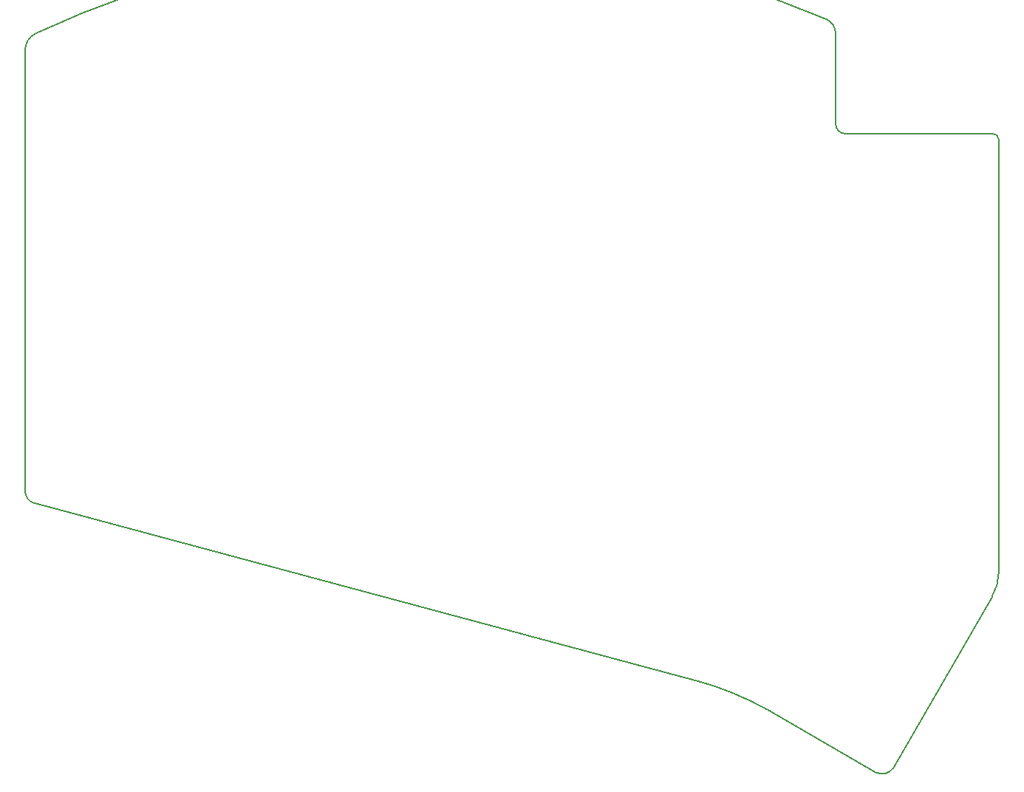
<source format=gm1>
G04 #@! TF.GenerationSoftware,KiCad,Pcbnew,(6.0.6-0)*
G04 #@! TF.CreationDate,2022-09-17T12:29:46+08:00*
G04 #@! TF.ProjectId,Kretstr_d,4b726574-7374-472e-9464-2e6b69636164,rev?*
G04 #@! TF.SameCoordinates,Original*
G04 #@! TF.FileFunction,Profile,NP*
%FSLAX46Y46*%
G04 Gerber Fmt 4.6, Leading zero omitted, Abs format (unit mm)*
G04 Created by KiCad (PCBNEW (6.0.6-0)) date 2022-09-17 12:29:46*
%MOMM*%
%LPD*%
G01*
G04 APERTURE LIST*
G04 #@! TA.AperFunction,Profile*
%ADD10C,0.150000*%
G04 #@! TD*
G04 APERTURE END LIST*
D10*
X173128112Y-56982734D02*
X173128112Y-67349896D01*
X81454861Y-56931955D02*
G75*
G03*
X80234441Y-58963934I950139J-1953145D01*
G01*
X173128104Y-67349896D02*
G75*
G03*
X174194912Y-68416696I1089196J22396D01*
G01*
X81302451Y-110781693D02*
X157030589Y-131065676D01*
X179714590Y-141124549D02*
X191030451Y-121481080D01*
X191030456Y-121481083D02*
G75*
G03*
X191821990Y-118737880I-4699756J2841883D01*
G01*
X177807789Y-141632076D02*
X165285589Y-134418476D01*
X172061313Y-55306333D02*
G75*
G03*
X81454851Y-56931934I-43478953J-102492927D01*
G01*
X191122050Y-68405924D02*
X174194912Y-68416696D01*
X80234363Y-109311922D02*
G75*
G03*
X81302451Y-110781693I1486437J-42778D01*
G01*
X173128040Y-56982733D02*
G75*
G03*
X172061312Y-55306334I-1824640J16533D01*
G01*
X177807807Y-141632039D02*
G75*
G03*
X179714590Y-141124549I664993J1337339D01*
G01*
X165285586Y-134418481D02*
G75*
G03*
X157030589Y-131065676I-17950286J-32356919D01*
G01*
X191821975Y-69115880D02*
G75*
G03*
X191122050Y-68405924I-704875J5080D01*
G01*
X191821990Y-69115880D02*
X191821990Y-118737880D01*
X80234441Y-58963934D02*
X80234441Y-109311924D01*
M02*

</source>
